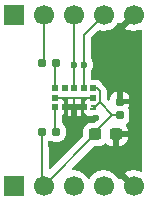
<source format=gbr>
%TF.GenerationSoftware,KiCad,Pcbnew,9.0.2*%
%TF.CreationDate,2025-11-02T17:25:33-06:00*%
%TF.ProjectId,just proximity actually,6a757374-2070-4726-9f78-696d69747920,rev?*%
%TF.SameCoordinates,Original*%
%TF.FileFunction,Copper,L1,Top*%
%TF.FilePolarity,Positive*%
%FSLAX46Y46*%
G04 Gerber Fmt 4.6, Leading zero omitted, Abs format (unit mm)*
G04 Created by KiCad (PCBNEW 9.0.2) date 2025-11-02 17:25:33*
%MOMM*%
%LPD*%
G01*
G04 APERTURE LIST*
G04 Aperture macros list*
%AMRoundRect*
0 Rectangle with rounded corners*
0 $1 Rounding radius*
0 $2 $3 $4 $5 $6 $7 $8 $9 X,Y pos of 4 corners*
0 Add a 4 corners polygon primitive as box body*
4,1,4,$2,$3,$4,$5,$6,$7,$8,$9,$2,$3,0*
0 Add four circle primitives for the rounded corners*
1,1,$1+$1,$2,$3*
1,1,$1+$1,$4,$5*
1,1,$1+$1,$6,$7*
1,1,$1+$1,$8,$9*
0 Add four rect primitives between the rounded corners*
20,1,$1+$1,$2,$3,$4,$5,0*
20,1,$1+$1,$4,$5,$6,$7,0*
20,1,$1+$1,$6,$7,$8,$9,0*
20,1,$1+$1,$8,$9,$2,$3,0*%
G04 Aperture macros list end*
%TA.AperFunction,ComponentPad*%
%ADD10R,1.700000X1.700000*%
%TD*%
%TA.AperFunction,ComponentPad*%
%ADD11C,1.700000*%
%TD*%
%TA.AperFunction,SMDPad,CuDef*%
%ADD12RoundRect,0.155000X0.155000X-0.212500X0.155000X0.212500X-0.155000X0.212500X-0.155000X-0.212500X0*%
%TD*%
%TA.AperFunction,SMDPad,CuDef*%
%ADD13RoundRect,0.237500X-0.300000X-0.237500X0.300000X-0.237500X0.300000X0.237500X-0.300000X0.237500X0*%
%TD*%
%TA.AperFunction,SMDPad,CuDef*%
%ADD14RoundRect,0.160000X-0.197500X-0.160000X0.197500X-0.160000X0.197500X0.160000X-0.197500X0.160000X0*%
%TD*%
%TA.AperFunction,SMDPad,CuDef*%
%ADD15RoundRect,0.160000X0.197500X0.160000X-0.197500X0.160000X-0.197500X-0.160000X0.197500X-0.160000X0*%
%TD*%
%TA.AperFunction,SMDPad,CuDef*%
%ADD16R,0.580000X0.250000*%
%TD*%
%TA.AperFunction,SMDPad,CuDef*%
%ADD17R,0.500000X0.500000*%
%TD*%
%TA.AperFunction,SMDPad,CuDef*%
%ADD18R,0.500000X0.250000*%
%TD*%
%TA.AperFunction,ViaPad*%
%ADD19C,0.600000*%
%TD*%
%TA.AperFunction,Conductor*%
%ADD20C,0.200000*%
%TD*%
%TA.AperFunction,Conductor*%
%ADD21C,0.300000*%
%TD*%
G04 APERTURE END LIST*
D10*
%TO.P,J4,1,Pin_1*%
%TO.N,+5V*%
X116320000Y-102100000D03*
D11*
%TO.P,J4,2,Pin_2*%
%TO.N,+3.3V*%
X118860000Y-102100000D03*
%TO.P,J4,3,Pin_3*%
%TO.N,/sda*%
X121400000Y-102100000D03*
%TO.P,J4,4,Pin_4*%
%TO.N,/scl*%
X123940000Y-102100000D03*
%TO.P,J4,5,Pin_5*%
%TO.N,GND*%
X126480000Y-102100000D03*
%TD*%
D12*
%TO.P,C11,1*%
%TO.N,+3.3V*%
X125300000Y-96067500D03*
%TO.P,C11,2*%
%TO.N,GND*%
X125300000Y-94932500D03*
%TD*%
D13*
%TO.P,C12,1*%
%TO.N,+3.3V*%
X123237500Y-97700000D03*
%TO.P,C12,2*%
%TO.N,GND*%
X124962500Y-97700000D03*
%TD*%
D14*
%TO.P,R21,1*%
%TO.N,+3.3V*%
X118702500Y-97500000D03*
%TO.P,R21,2*%
%TO.N,Net-(IC1-XSHUT)*%
X119897500Y-97500000D03*
%TD*%
D15*
%TO.P,R20,1*%
%TO.N,Net-(IC1-GPIO1)*%
X119897500Y-91700000D03*
%TO.P,R20,2*%
%TO.N,+3.3V*%
X118702500Y-91700000D03*
%TD*%
D10*
%TO.P,J4,1,Pin_1*%
%TO.N,+5V*%
X116320000Y-87600000D03*
D11*
%TO.P,J4,2,Pin_2*%
%TO.N,+3.3V*%
X118860000Y-87600000D03*
%TO.P,J4,3,Pin_3*%
%TO.N,/sda*%
X121400000Y-87600000D03*
%TO.P,J4,4,Pin_4*%
%TO.N,/scl*%
X123940000Y-87600000D03*
%TO.P,J4,5,Pin_5*%
%TO.N,GND*%
X126480000Y-87600000D03*
%TD*%
D16*
%TO.P,IC1,1,AVDDVCSEL_1*%
%TO.N,+3.3V*%
X123100000Y-95300000D03*
D17*
%TO.P,IC1,2,AVSSVCSEL*%
%TO.N,GND*%
X122260000Y-95425000D03*
%TO.P,IC1,3,GND*%
X121460000Y-95425000D03*
%TO.P,IC1,4,GND2*%
X120660000Y-95425000D03*
%TO.P,IC1,5,XSHUT*%
%TO.N,Net-(IC1-XSHUT)*%
X119860000Y-95425000D03*
%TO.P,IC1,6,GND3*%
%TO.N,GND*%
X119860000Y-94625000D03*
%TO.P,IC1,7,GPIO1*%
%TO.N,Net-(IC1-GPIO1)*%
X119860000Y-93825000D03*
%TO.P,IC1,8,DNC*%
%TO.N,unconnected-(IC1-DNC-Pad8)*%
X120660000Y-93825000D03*
%TO.P,IC1,9,SDA*%
%TO.N,/sda*%
X121460000Y-93825000D03*
%TO.P,IC1,10,SCL*%
%TO.N,/scl*%
X122260000Y-93825000D03*
%TO.P,IC1,11,AVDD*%
%TO.N,+3.3V*%
X123060000Y-93825000D03*
%TO.P,IC1,12,GND4*%
%TO.N,GND*%
X123060000Y-94624000D03*
D18*
%TO.P,IC1,13,AVDDVCSEL_2*%
%TO.N,+3.3V*%
X123060000Y-95550000D03*
%TD*%
D19*
%TO.N,/scl*%
X122260000Y-91800000D03*
%TO.N,GND*%
X123300000Y-96300000D03*
X126800000Y-94600000D03*
X123600000Y-99300000D03*
%TO.N,/sda*%
X121460000Y-91800000D03*
%TO.N,GND*%
X125300000Y-92200000D03*
X119500000Y-98500000D03*
X120200000Y-99200000D03*
%TD*%
D20*
%TO.N,Net-(IC1-XSHUT)*%
X119860000Y-95425000D02*
X119860000Y-97462500D01*
X119860000Y-97462500D02*
X119897500Y-97500000D01*
%TO.N,Net-(IC1-GPIO1)*%
X119860000Y-91737500D02*
X119897500Y-91700000D01*
X119860000Y-93825000D02*
X119860000Y-91737500D01*
%TO.N,/sda*%
X121460000Y-93825000D02*
X121460000Y-91800000D01*
X121460000Y-91800000D02*
X121460000Y-87660000D01*
%TO.N,GND*%
X120600000Y-94625000D02*
X121400000Y-94625000D01*
%TO.N,/scl*%
X122260000Y-89280000D02*
X123940000Y-87600000D01*
%TO.N,GND*%
X120660000Y-94685000D02*
X120600000Y-94625000D01*
X122300000Y-94625000D02*
X123059000Y-94625000D01*
%TO.N,/sda*%
X121460000Y-87660000D02*
X121400000Y-87600000D01*
%TO.N,GND*%
X121460000Y-95425000D02*
X121460000Y-94685000D01*
%TO.N,/scl*%
X122260000Y-91800000D02*
X122260000Y-89280000D01*
D21*
%TO.N,+5V*%
X116320000Y-101600000D02*
X116320000Y-101580000D01*
D20*
%TO.N,GND*%
X122260000Y-94665000D02*
X122300000Y-94625000D01*
X121460000Y-94685000D02*
X121400000Y-94625000D01*
%TO.N,/scl*%
X122260000Y-93825000D02*
X122260000Y-91800000D01*
%TO.N,GND*%
X122260000Y-95425000D02*
X122260000Y-94665000D01*
X121400000Y-94625000D02*
X122300000Y-94625000D01*
X119860000Y-94625000D02*
X120600000Y-94625000D01*
X120660000Y-95425000D02*
X120660000Y-94685000D01*
X123059000Y-94625000D02*
X123060000Y-94624000D01*
%TO.N,+3.3V*%
X118702500Y-97500000D02*
X118702500Y-101942500D01*
X123237500Y-97700000D02*
X123237500Y-97509500D01*
X123060000Y-93825000D02*
X123363000Y-93825000D01*
X118860000Y-102100000D02*
X123237500Y-97722500D01*
X123237500Y-97722500D02*
X123237500Y-97700000D01*
X118702500Y-101942500D02*
X118860000Y-102100000D01*
X123611000Y-94073000D02*
X123611000Y-94999000D01*
X123611000Y-94999000D02*
X123060000Y-95550000D01*
X125300000Y-96067500D02*
X124679500Y-96067500D01*
X124679500Y-96067500D02*
X123611000Y-94999000D01*
X123363000Y-93825000D02*
X123611000Y-94073000D01*
X118860000Y-87600000D02*
X118860000Y-91542500D01*
X118860000Y-91542500D02*
X118702500Y-91700000D01*
X118702500Y-101442500D02*
X118860000Y-101600000D01*
X123237500Y-97509500D02*
X124679500Y-96067500D01*
%TD*%
%TA.AperFunction,Conductor*%
%TO.N,GND*%
G36*
X126014075Y-87792993D02*
G01*
X126079901Y-87907007D01*
X126172993Y-88000099D01*
X126287007Y-88065925D01*
X126350589Y-88082962D01*
X125718282Y-88715269D01*
X125718282Y-88715270D01*
X125772449Y-88754624D01*
X125961782Y-88851095D01*
X126163870Y-88916757D01*
X126373754Y-88950000D01*
X126586246Y-88950000D01*
X126796127Y-88916757D01*
X126796130Y-88916757D01*
X126998220Y-88851094D01*
X126998223Y-88851093D01*
X127019203Y-88840403D01*
X127087871Y-88827505D01*
X127152612Y-88853780D01*
X127192871Y-88910885D01*
X127199500Y-88950886D01*
X127199500Y-100749113D01*
X127179815Y-100816152D01*
X127127011Y-100861907D01*
X127057853Y-100871851D01*
X127019206Y-100859598D01*
X126998220Y-100848905D01*
X126796129Y-100783242D01*
X126586246Y-100750000D01*
X126373754Y-100750000D01*
X126163872Y-100783242D01*
X126163869Y-100783242D01*
X125961782Y-100848904D01*
X125772439Y-100945380D01*
X125718282Y-100984727D01*
X125718282Y-100984728D01*
X126350591Y-101617037D01*
X126287007Y-101634075D01*
X126172993Y-101699901D01*
X126079901Y-101792993D01*
X126014075Y-101907007D01*
X125997037Y-101970591D01*
X125364728Y-101338282D01*
X125364727Y-101338282D01*
X125325380Y-101392440D01*
X125325376Y-101392446D01*
X125320760Y-101401505D01*
X125272781Y-101452297D01*
X125204959Y-101469087D01*
X125138826Y-101446543D01*
X125099794Y-101401493D01*
X125095051Y-101392184D01*
X125095049Y-101392181D01*
X125095048Y-101392179D01*
X124970109Y-101220213D01*
X124819786Y-101069890D01*
X124647820Y-100944951D01*
X124458414Y-100848444D01*
X124458413Y-100848443D01*
X124458412Y-100848443D01*
X124256243Y-100782754D01*
X124256241Y-100782753D01*
X124256240Y-100782753D01*
X124094957Y-100757208D01*
X124046287Y-100749500D01*
X123833713Y-100749500D01*
X123785042Y-100757208D01*
X123623760Y-100782753D01*
X123421585Y-100848444D01*
X123232179Y-100944951D01*
X123060213Y-101069890D01*
X122909890Y-101220213D01*
X122784949Y-101392182D01*
X122780484Y-101400946D01*
X122732509Y-101451742D01*
X122664688Y-101468536D01*
X122598553Y-101445998D01*
X122559516Y-101400946D01*
X122555050Y-101392182D01*
X122430109Y-101220213D01*
X122279786Y-101069890D01*
X122107820Y-100944951D01*
X121918414Y-100848444D01*
X121918413Y-100848443D01*
X121918412Y-100848443D01*
X121716243Y-100782754D01*
X121716241Y-100782753D01*
X121716240Y-100782753D01*
X121554957Y-100757208D01*
X121506287Y-100749500D01*
X121359096Y-100749500D01*
X121292057Y-100729815D01*
X121246302Y-100677011D01*
X121236358Y-100607853D01*
X121265383Y-100544297D01*
X121271415Y-100537819D01*
X123097416Y-98711818D01*
X123158739Y-98678333D01*
X123185097Y-98675499D01*
X123586670Y-98675499D01*
X123586676Y-98675499D01*
X123687753Y-98665174D01*
X123851516Y-98610908D01*
X123998350Y-98520340D01*
X124012671Y-98506018D01*
X124073989Y-98472533D01*
X124143681Y-98477514D01*
X124188034Y-98506017D01*
X124201961Y-98519944D01*
X124201965Y-98519947D01*
X124348688Y-98610448D01*
X124348699Y-98610453D01*
X124512347Y-98664680D01*
X124613351Y-98674999D01*
X125212500Y-98674999D01*
X125311640Y-98674999D01*
X125311654Y-98674998D01*
X125412652Y-98664680D01*
X125576300Y-98610453D01*
X125576311Y-98610448D01*
X125723034Y-98519947D01*
X125723038Y-98519944D01*
X125844944Y-98398038D01*
X125844947Y-98398034D01*
X125935448Y-98251311D01*
X125935453Y-98251300D01*
X125989680Y-98087652D01*
X125999999Y-97986654D01*
X126000000Y-97986641D01*
X126000000Y-97950000D01*
X125212500Y-97950000D01*
X125212500Y-98674999D01*
X124613351Y-98674999D01*
X124712500Y-98674998D01*
X124712500Y-97824000D01*
X124732185Y-97756961D01*
X124784989Y-97711206D01*
X124836500Y-97700000D01*
X124962500Y-97700000D01*
X124962500Y-97574000D01*
X124982185Y-97506961D01*
X125034989Y-97461206D01*
X125086500Y-97450000D01*
X125999999Y-97450000D01*
X125999999Y-97413360D01*
X125999998Y-97413345D01*
X125989680Y-97312347D01*
X125935453Y-97148699D01*
X125935448Y-97148688D01*
X125844947Y-97001965D01*
X125844944Y-97001961D01*
X125837948Y-96994965D01*
X125804463Y-96933642D01*
X125809447Y-96863950D01*
X125851319Y-96808017D01*
X125858166Y-96803449D01*
X125859947Y-96802066D01*
X125859954Y-96802063D01*
X125977063Y-96684954D01*
X126061370Y-96542400D01*
X126107576Y-96383358D01*
X126110500Y-96346203D01*
X126110499Y-95788798D01*
X126107576Y-95751642D01*
X126061370Y-95592600D01*
X126043644Y-95562628D01*
X126026462Y-95494905D01*
X126043646Y-95436386D01*
X126060905Y-95407202D01*
X126060908Y-95407194D01*
X126107077Y-95248283D01*
X126107078Y-95248277D01*
X126109999Y-95211157D01*
X126110000Y-95211142D01*
X126110000Y-95182500D01*
X125424000Y-95182500D01*
X125356961Y-95162815D01*
X125311206Y-95110011D01*
X125300000Y-95058500D01*
X125300000Y-94932500D01*
X125174000Y-94932500D01*
X125106961Y-94912815D01*
X125061206Y-94860011D01*
X125050000Y-94808500D01*
X125050000Y-94682500D01*
X125550000Y-94682500D01*
X126110000Y-94682500D01*
X126110000Y-94653857D01*
X126109999Y-94653842D01*
X126107078Y-94616722D01*
X126107077Y-94616716D01*
X126060908Y-94457805D01*
X126060907Y-94457802D01*
X125976666Y-94315357D01*
X125976660Y-94315349D01*
X125859650Y-94198339D01*
X125859642Y-94198333D01*
X125717197Y-94114092D01*
X125717194Y-94114090D01*
X125558280Y-94067921D01*
X125558281Y-94067921D01*
X125550000Y-94067269D01*
X125550000Y-94682500D01*
X125050000Y-94682500D01*
X125050000Y-94067269D01*
X125041718Y-94067921D01*
X124882805Y-94114090D01*
X124882802Y-94114092D01*
X124740357Y-94198333D01*
X124740349Y-94198339D01*
X124623339Y-94315349D01*
X124623333Y-94315357D01*
X124539092Y-94457802D01*
X124539091Y-94457805D01*
X124492922Y-94616716D01*
X124492921Y-94616722D01*
X124490000Y-94653842D01*
X124490000Y-94729403D01*
X124483761Y-94750648D01*
X124482182Y-94772737D01*
X124474109Y-94783520D01*
X124470315Y-94796442D01*
X124453581Y-94810941D01*
X124440310Y-94828670D01*
X124427689Y-94833377D01*
X124417511Y-94842197D01*
X124395593Y-94845348D01*
X124374846Y-94853087D01*
X124361685Y-94850224D01*
X124348353Y-94852141D01*
X124328209Y-94842941D01*
X124306573Y-94838235D01*
X124288847Y-94824966D01*
X124284797Y-94823116D01*
X124278319Y-94817084D01*
X124247819Y-94786584D01*
X124214334Y-94725261D01*
X124211500Y-94698903D01*
X124211500Y-94162059D01*
X124211501Y-94162046D01*
X124211501Y-93993945D01*
X124211501Y-93993943D01*
X124170577Y-93841215D01*
X124141639Y-93791095D01*
X124091520Y-93704284D01*
X123979716Y-93592480D01*
X123979715Y-93592479D01*
X123975385Y-93588149D01*
X123975374Y-93588139D01*
X123850590Y-93463355D01*
X123850588Y-93463352D01*
X123793029Y-93405793D01*
X123764528Y-93361446D01*
X123753796Y-93332669D01*
X123753794Y-93332667D01*
X123753794Y-93332665D01*
X123667547Y-93217455D01*
X123667544Y-93217452D01*
X123552335Y-93131206D01*
X123552328Y-93131202D01*
X123417482Y-93080908D01*
X123417483Y-93080908D01*
X123357883Y-93074501D01*
X123357881Y-93074500D01*
X123357873Y-93074500D01*
X123357865Y-93074500D01*
X122984500Y-93074500D01*
X122917461Y-93054815D01*
X122871706Y-93002011D01*
X122860500Y-92950500D01*
X122860500Y-92379765D01*
X122880185Y-92312726D01*
X122881398Y-92310874D01*
X122969390Y-92179185D01*
X122969390Y-92179184D01*
X122969394Y-92179179D01*
X123029737Y-92033497D01*
X123060500Y-91878842D01*
X123060500Y-91721158D01*
X123060500Y-91721155D01*
X123060499Y-91721153D01*
X123029738Y-91566510D01*
X123029737Y-91566503D01*
X122996649Y-91486621D01*
X122969397Y-91420827D01*
X122969390Y-91420814D01*
X122881398Y-91289125D01*
X122860520Y-91222447D01*
X122860500Y-91220234D01*
X122860500Y-89580096D01*
X122880185Y-89513057D01*
X122896815Y-89492419D01*
X123455478Y-88933755D01*
X123516799Y-88900272D01*
X123581473Y-88903506D01*
X123623757Y-88917246D01*
X123833713Y-88950500D01*
X123833714Y-88950500D01*
X124046286Y-88950500D01*
X124046287Y-88950500D01*
X124256243Y-88917246D01*
X124458412Y-88851557D01*
X124647816Y-88755051D01*
X124734138Y-88692335D01*
X124819786Y-88630109D01*
X124819788Y-88630106D01*
X124819792Y-88630104D01*
X124970104Y-88479792D01*
X124970106Y-88479788D01*
X124970109Y-88479786D01*
X125037515Y-88387007D01*
X125095051Y-88307816D01*
X125099793Y-88298508D01*
X125147763Y-88247711D01*
X125215583Y-88230911D01*
X125281719Y-88253445D01*
X125320763Y-88298500D01*
X125325373Y-88307547D01*
X125364728Y-88361716D01*
X125997036Y-87729407D01*
X126014075Y-87792993D01*
G37*
%TD.AperFunction*%
%TA.AperFunction,Conductor*%
G36*
X120853039Y-94595184D02*
G01*
X120898794Y-94647988D01*
X120910000Y-94699499D01*
X120910000Y-95175000D01*
X122010000Y-95175000D01*
X122010000Y-94699499D01*
X122029685Y-94632460D01*
X122082489Y-94586705D01*
X122133996Y-94575499D01*
X122403107Y-94575499D01*
X122470146Y-94595184D01*
X122515901Y-94647988D01*
X122525845Y-94717146D01*
X122496820Y-94780702D01*
X122477419Y-94798765D01*
X122452452Y-94817455D01*
X122366206Y-94932664D01*
X122366202Y-94932671D01*
X122315908Y-95067517D01*
X122311340Y-95110011D01*
X122309501Y-95127123D01*
X122309500Y-95127135D01*
X122309500Y-95722869D01*
X122309501Y-95722876D01*
X122315908Y-95782483D01*
X122366202Y-95917328D01*
X122366203Y-95917329D01*
X122366204Y-95917331D01*
X122452454Y-96032546D01*
X122460308Y-96038425D01*
X122502180Y-96094356D01*
X122510000Y-96137694D01*
X122510000Y-96175000D01*
X122557828Y-96175000D01*
X122557844Y-96174999D01*
X122617375Y-96168598D01*
X122624926Y-96166814D01*
X122625315Y-96168462D01*
X122685624Y-96164140D01*
X122702387Y-96169060D01*
X122702511Y-96169088D01*
X122702517Y-96169091D01*
X122762127Y-96175500D01*
X123357872Y-96175499D01*
X123416681Y-96169177D01*
X123485441Y-96181584D01*
X123536577Y-96229195D01*
X123553856Y-96296894D01*
X123531790Y-96363188D01*
X123517616Y-96380148D01*
X123209582Y-96688181D01*
X123148259Y-96721666D01*
X123121902Y-96724500D01*
X122888331Y-96724500D01*
X122888312Y-96724501D01*
X122787247Y-96734825D01*
X122623484Y-96789092D01*
X122623481Y-96789093D01*
X122476648Y-96879661D01*
X122354661Y-97001648D01*
X122264093Y-97148481D01*
X122264091Y-97148486D01*
X122240372Y-97220065D01*
X122209826Y-97312247D01*
X122209826Y-97312248D01*
X122209825Y-97312248D01*
X122199500Y-97413315D01*
X122199500Y-97859902D01*
X122179815Y-97926941D01*
X122163181Y-97947583D01*
X119514681Y-100596083D01*
X119453358Y-100629568D01*
X119383666Y-100624584D01*
X119327733Y-100582712D01*
X119303316Y-100517248D01*
X119303000Y-100508402D01*
X119303000Y-98396635D01*
X119322685Y-98329596D01*
X119375489Y-98283841D01*
X119444647Y-98273897D01*
X119463891Y-98278250D01*
X119580067Y-98314452D01*
X119646619Y-98320500D01*
X120148380Y-98320499D01*
X120148388Y-98320499D01*
X120214926Y-98314453D01*
X120214927Y-98314452D01*
X120214933Y-98314452D01*
X120368069Y-98266733D01*
X120451840Y-98216092D01*
X120505329Y-98183757D01*
X120505330Y-98183755D01*
X120505335Y-98183753D01*
X120618753Y-98070335D01*
X120701733Y-97933069D01*
X120749452Y-97779933D01*
X120755500Y-97713381D01*
X120755499Y-97286620D01*
X120755499Y-97286619D01*
X120755499Y-97286611D01*
X120749453Y-97220073D01*
X120749452Y-97220070D01*
X120749452Y-97220067D01*
X120701733Y-97066931D01*
X120662460Y-97001965D01*
X120618757Y-96929670D01*
X120618756Y-96929669D01*
X120618754Y-96929667D01*
X120618753Y-96929665D01*
X120505335Y-96816247D01*
X120505334Y-96816246D01*
X120500031Y-96810943D01*
X120501601Y-96809372D01*
X120467388Y-96761497D01*
X120460500Y-96720744D01*
X120460500Y-96175000D01*
X120910000Y-96175000D01*
X120957828Y-96175000D01*
X120957844Y-96174999D01*
X121017377Y-96168597D01*
X121024933Y-96166813D01*
X121025272Y-96168250D01*
X121086342Y-96163874D01*
X121101633Y-96168364D01*
X121102622Y-96168597D01*
X121162155Y-96174999D01*
X121162172Y-96175000D01*
X121210000Y-96175000D01*
X121710000Y-96175000D01*
X121757828Y-96175000D01*
X121757844Y-96174999D01*
X121817377Y-96168597D01*
X121824933Y-96166813D01*
X121825272Y-96168250D01*
X121886342Y-96163874D01*
X121901633Y-96168364D01*
X121902622Y-96168597D01*
X121962155Y-96174999D01*
X121962172Y-96175000D01*
X122010000Y-96175000D01*
X122010000Y-95675000D01*
X121710000Y-95675000D01*
X121710000Y-96175000D01*
X121210000Y-96175000D01*
X121210000Y-95675000D01*
X120910000Y-95675000D01*
X120910000Y-96175000D01*
X120460500Y-96175000D01*
X120460500Y-96083230D01*
X120480185Y-96016191D01*
X120485233Y-96008919D01*
X120553796Y-95917331D01*
X120604091Y-95782483D01*
X120610500Y-95722873D01*
X120610499Y-95407202D01*
X120610499Y-95127129D01*
X120610498Y-95127123D01*
X120610497Y-95127117D01*
X120604091Y-95067517D01*
X120597802Y-95050656D01*
X120553797Y-94932671D01*
X120553793Y-94932664D01*
X120467547Y-94817455D01*
X120467051Y-94817084D01*
X120442581Y-94798765D01*
X120400710Y-94742830D01*
X120395727Y-94673139D01*
X120429213Y-94611816D01*
X120490537Y-94578332D01*
X120516886Y-94575499D01*
X120786000Y-94575499D01*
X120853039Y-94595184D01*
G37*
%TD.AperFunction*%
%TD*%
M02*

</source>
